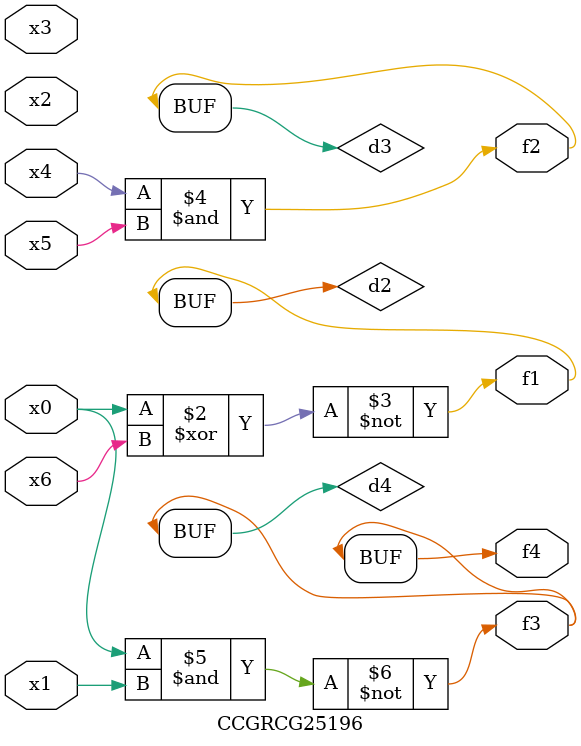
<source format=v>
module CCGRCG25196(
	input x0, x1, x2, x3, x4, x5, x6,
	output f1, f2, f3, f4
);

	wire d1, d2, d3, d4;

	nor (d1, x0);
	xnor (d2, x0, x6);
	and (d3, x4, x5);
	nand (d4, x0, x1);
	assign f1 = d2;
	assign f2 = d3;
	assign f3 = d4;
	assign f4 = d4;
endmodule

</source>
